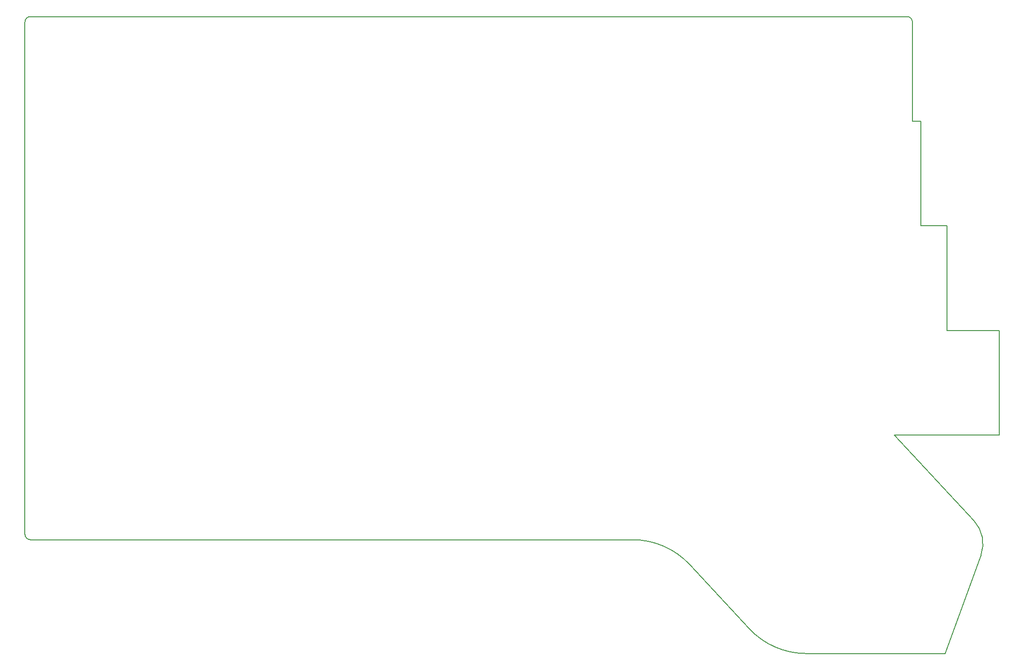
<source format=gm1>
G04 #@! TF.GenerationSoftware,KiCad,Pcbnew,(6.0.10-0)*
G04 #@! TF.CreationDate,2022-12-24T00:39:51-08:00*
G04 #@! TF.ProjectId,left,6c656674-2e6b-4696-9361-645f70636258,rev?*
G04 #@! TF.SameCoordinates,Original*
G04 #@! TF.FileFunction,Profile,NP*
%FSLAX46Y46*%
G04 Gerber Fmt 4.6, Leading zero omitted, Abs format (unit mm)*
G04 Created by KiCad (PCBNEW (6.0.10-0)) date 2022-12-24 00:39:51*
%MOMM*%
%LPD*%
G01*
G04 APERTURE LIST*
G04 #@! TA.AperFunction,Profile*
%ADD10C,0.200000*%
G04 #@! TD*
G04 APERTURE END LIST*
D10*
X38024742Y-29721764D02*
X57024742Y-29721764D01*
X210442401Y-127528289D02*
X203943742Y-145382764D01*
X37024742Y-123721764D02*
X37024742Y-30721764D01*
X57024742Y-124721764D02*
X38024742Y-124721764D01*
X190024742Y-29721764D02*
X197024742Y-29721764D01*
X203943742Y-145382764D02*
X178744742Y-145382464D01*
X147274742Y-124722064D02*
X57024742Y-124721764D01*
X168413960Y-140875623D02*
G75*
G03*
X178744742Y-145382464I10330740J9586823D01*
G01*
X204274742Y-86721764D02*
X213749742Y-86721764D01*
X204274742Y-67721764D02*
X204274742Y-86721764D01*
X57024742Y-29721764D02*
X190024742Y-29721764D01*
X199524742Y-67721764D02*
X204274742Y-67721764D01*
X38024742Y-29721842D02*
G75*
G03*
X37024742Y-30721764I-42J-999958D01*
G01*
X210442427Y-127528298D02*
G75*
G03*
X209176678Y-121268121I-5754727J2094498D01*
G01*
X198024736Y-30721764D02*
G75*
G03*
X197024742Y-29721764I-1000036J-36D01*
G01*
X194749742Y-105721764D02*
X209176678Y-121268121D01*
X157605546Y-129228985D02*
G75*
G03*
X147274742Y-124722064I-10330846J-9586815D01*
G01*
X198024742Y-30721764D02*
X198024742Y-48721764D01*
X199524742Y-48721764D02*
X199524742Y-67721764D01*
X168413974Y-140875610D02*
X157605560Y-129228972D01*
X213749742Y-105721764D02*
X213749742Y-86721764D01*
X198024742Y-48721764D02*
X199524742Y-48721764D01*
X37024741Y-123721764D02*
G75*
G03*
X38024742Y-124721764I999958J-42D01*
G01*
X194749742Y-105721764D02*
X213749742Y-105721764D01*
M02*

</source>
